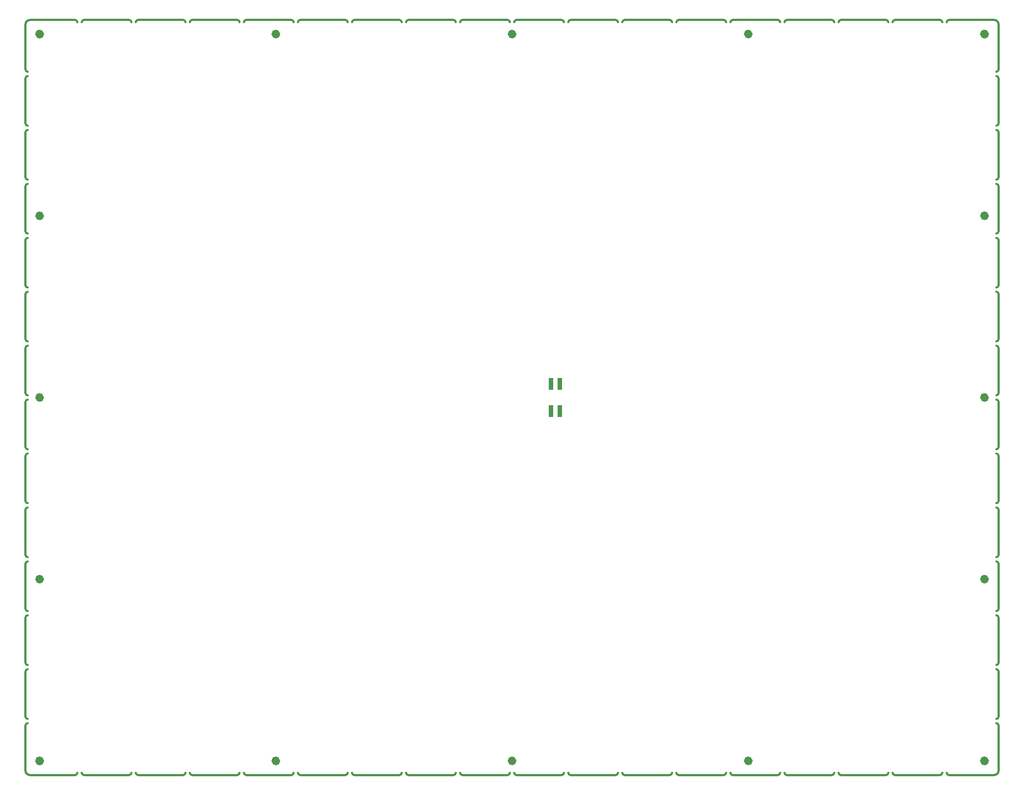
<source format=gbp>
G04 #@! TF.GenerationSoftware,KiCad,Pcbnew,7.0.7-7.0.7~ubuntu23.04.1*
G04 #@! TF.CreationDate,2023-10-17T19:16:00+00:00*
G04 #@! TF.ProjectId,stencil,7374656e-6369-46c2-9e6b-696361645f70,1.1.0-RC1*
G04 #@! TF.SameCoordinates,Original*
G04 #@! TF.FileFunction,Paste,Bot*
G04 #@! TF.FilePolarity,Positive*
%FSLAX46Y46*%
G04 Gerber Fmt 4.6, Leading zero omitted, Abs format (unit mm)*
G04 Created by KiCad (PCBNEW 7.0.7-7.0.7~ubuntu23.04.1) date 2023-10-17 19:16:00*
%MOMM*%
%LPD*%
G01*
G04 APERTURE LIST*
%ADD10C,0.500000*%
%ADD11C,1.050000*%
%ADD12C,1.000000*%
%ADD13R,1.000000X2.750000*%
G04 APERTURE END LIST*
D10*
X-100055556Y86500000D02*
G75*
G03*
X-100555556Y87000000I-500001J-1D01*
G01*
D11*
X109275000Y-83750000D02*
G75*
G03*
X109275000Y-83750000I-525000J0D01*
G01*
D10*
X-86111112Y87000000D02*
G75*
G03*
X-86611112Y86500000I1J-500001D01*
G01*
X25888884Y-87000000D02*
X36333328Y-87000000D01*
X75166700Y-86500000D02*
G75*
G03*
X75666660Y-87000000I500000J0D01*
G01*
X-111500000Y11928574D02*
G75*
G03*
X-112000000Y11428574I1J-500001D01*
G01*
X-13444448Y-86999952D02*
G75*
G03*
X-12944448Y-86500000I48J499952D01*
G01*
X111500000Y37785700D02*
G75*
G03*
X112000000Y38285716I0J500000D01*
G01*
X-111500000Y24357145D02*
G75*
G03*
X-112000000Y23857145I1J-500001D01*
G01*
X-112000000Y-86000000D02*
G75*
G03*
X-111000000Y-87000000I999999J-1D01*
G01*
X-111500000Y-25357139D02*
G75*
G03*
X-112000000Y-25857139I1J-500001D01*
G01*
D12*
X54875000Y-83750000D02*
G75*
G03*
X54875000Y-83750000I-500000J0D01*
G01*
D10*
X999996Y87000004D02*
G75*
G03*
X499996Y86500000I4J-500004D01*
G01*
X-98555556Y-87000000D02*
X-88111112Y-87000000D01*
X-111500000Y74071429D02*
G75*
G03*
X-112000000Y73571429I1J-500001D01*
G01*
X112000019Y-50714281D02*
G75*
G03*
X111500000Y-50214281I-500019J-19D01*
G01*
X-99055556Y-86500000D02*
G75*
G03*
X-98555556Y-87000000I500001J1D01*
G01*
D12*
X-53875000Y-83750000D02*
G75*
G03*
X-53875000Y-83750000I-500000J0D01*
G01*
D10*
X-111500000Y-62642852D02*
G75*
G03*
X-112000000Y-63142852I1J-500001D01*
G01*
D11*
X-108225000Y-83750000D02*
G75*
G03*
X-108225000Y-83750000I-525000J0D01*
G01*
D10*
X-36333336Y87000036D02*
G75*
G03*
X-36833336Y86500000I36J-500036D01*
G01*
X-112000000Y86000000D02*
X-112000000Y75571429D01*
X-111500000Y49214287D02*
G75*
G03*
X-112000000Y48714287I1J-500001D01*
G01*
X-112000000Y38285716D02*
G75*
G03*
X-111500000Y37785716I500001J1D01*
G01*
X-112000000Y-75571423D02*
X-112000000Y-85999994D01*
X50777772Y87000000D02*
X61222216Y87000000D01*
X63222216Y87000000D02*
X73666660Y87000000D01*
X74166700Y86500000D02*
G75*
G03*
X73666660Y87000000I-500000J0D01*
G01*
X75666660Y87000000D02*
X86111104Y87000000D01*
X-112000000Y-61142852D02*
G75*
G03*
X-111500000Y-61642852I500001J1D01*
G01*
X-111000000Y87000000D02*
G75*
G03*
X-112000000Y86000000I-1J-999999D01*
G01*
X-112000000Y75571429D02*
G75*
G03*
X-111500000Y75071429I500001J1D01*
G01*
X36333328Y-87000028D02*
G75*
G03*
X36833328Y-86500000I-28J500028D01*
G01*
X-111000000Y87000000D02*
X-100555556Y87000000D01*
X-87611112Y86500000D02*
G75*
G03*
X-88111112Y87000000I-500001J-1D01*
G01*
X38333328Y87000000D02*
X48777772Y87000000D01*
X-112000000Y36285716D02*
X-112000000Y25857145D01*
X-75666668Y-87000002D02*
G75*
G03*
X-75166668Y-86500000I-2J500002D01*
G01*
X500000Y-86500000D02*
G75*
G03*
X999996Y-87000000I500000J0D01*
G01*
X112000000Y23857145D02*
X112000000Y13428574D01*
X-74166700Y-86500000D02*
G75*
G03*
X-73666668Y-87000000I500000J0D01*
G01*
X100055500Y-86500000D02*
G75*
G03*
X100555548Y-87000000I500000J0D01*
G01*
X112000000Y61142858D02*
X112000000Y50714287D01*
D12*
X500000Y83750000D02*
G75*
G03*
X500000Y83750000I-500000J0D01*
G01*
D10*
X-112000000Y11428574D02*
X-112000000Y1000003D01*
X-12944400Y86500000D02*
G75*
G03*
X-13444448Y87000000I-500000J0D01*
G01*
X-61222224Y87000024D02*
G75*
G03*
X-61722224Y86500000I24J-500024D01*
G01*
D12*
X-108250000Y41875000D02*
G75*
G03*
X-108250000Y41875000I-500000J0D01*
G01*
D10*
X63222216Y-87000000D02*
X73666660Y-87000000D01*
X-73666668Y-87000000D02*
X-63222224Y-87000000D01*
X-48777780Y87000000D02*
X-38333336Y87000000D01*
X37833300Y-86500000D02*
G75*
G03*
X38333328Y-87000000I500000J0D01*
G01*
X112000000Y73571429D02*
X112000000Y63142858D01*
X13444440Y87000000D02*
X23888884Y87000000D01*
X63222216Y86999984D02*
G75*
G03*
X62722216Y86500000I-16J-499984D01*
G01*
X112000048Y-63142852D02*
G75*
G03*
X111500000Y-62642852I-500048J-48D01*
G01*
X-11444448Y-87000000D02*
X-1000004Y-87000000D01*
X111500000Y-36785700D02*
G75*
G03*
X112000000Y-36285710I0J500000D01*
G01*
X-112000000Y-50714281D02*
X-112000000Y-61142852D01*
X-36333336Y87000000D02*
X-25888892Y87000000D01*
X-111500000Y-50214281D02*
G75*
G03*
X-112000000Y-50714281I1J-500001D01*
G01*
X25888884Y87000016D02*
G75*
G03*
X25388884Y86500000I16J-500016D01*
G01*
X111500000Y-74071400D02*
G75*
G03*
X112000000Y-73571423I0J500000D01*
G01*
X-100555556Y-87000000D02*
G75*
G03*
X-100055556Y-86500000I-1J500001D01*
G01*
D12*
X54875000Y83750000D02*
G75*
G03*
X54875000Y83750000I-500000J0D01*
G01*
D10*
X100555548Y-87000000D02*
X110999992Y-87000000D01*
X-112000000Y23857145D02*
X-112000000Y13428574D01*
X111500000Y-24357100D02*
G75*
G03*
X112000000Y-23857139I0J500000D01*
G01*
X-61222224Y-87000000D02*
X-50777780Y-87000000D01*
D12*
X109250000Y-41875000D02*
G75*
G03*
X109250000Y-41875000I-500000J0D01*
G01*
D10*
X-112000000Y-13428568D02*
X-112000000Y-23857139D01*
X-88111112Y-87000000D02*
G75*
G03*
X-87611112Y-86500000I-1J500001D01*
G01*
X61722200Y86500000D02*
G75*
G03*
X61222216Y87000000I-500000J0D01*
G01*
X87611100Y-86500000D02*
G75*
G03*
X88111104Y-87000000I500000J0D01*
G01*
X112000000Y-13428568D02*
X112000000Y-23857139D01*
X88111104Y87000000D02*
X98555548Y87000000D01*
X73666660Y-86999960D02*
G75*
G03*
X74166660Y-86500000I40J499960D01*
G01*
X-23888892Y86999992D02*
G75*
G03*
X-24388892Y86500000I-8J-499992D01*
G01*
X-1000004Y-86999996D02*
G75*
G03*
X-500004Y-86500000I4J499996D01*
G01*
X111000000Y-87000000D02*
G75*
G03*
X112000000Y-86000000I0J1000000D01*
G01*
X-11944400Y-86500000D02*
G75*
G03*
X-11444448Y-87000000I500000J0D01*
G01*
X-112000000Y48714287D02*
X-112000000Y38285716D01*
X88111104Y-87000000D02*
X98555548Y-87000000D01*
X-50777780Y-87000020D02*
G75*
G03*
X-50277780Y-86500000I-20J500020D01*
G01*
X-111500000Y36785716D02*
G75*
G03*
X-112000000Y36285716I1J-500001D01*
G01*
X50777772Y-87000000D02*
X61222216Y-87000000D01*
X112000000Y36285716D02*
X112000000Y25857145D01*
X-73666668Y86999968D02*
G75*
G03*
X-74166668Y86500000I-32J-499968D01*
G01*
X12944400Y-86500000D02*
G75*
G03*
X13444440Y-87000000I500000J0D01*
G01*
X-11444448Y87000048D02*
G75*
G03*
X-11944448Y86500000I48J-500048D01*
G01*
X111999974Y11428574D02*
G75*
G03*
X111500000Y11928574I-499974J26D01*
G01*
X112000000Y-25857139D02*
X112000000Y-36285710D01*
X112000045Y23857145D02*
G75*
G03*
X111500000Y24357145I-500045J-45D01*
G01*
D12*
X-108250000Y0D02*
G75*
G03*
X-108250000Y0I-500000J0D01*
G01*
D10*
X-112000000Y25857145D02*
G75*
G03*
X-111500000Y25357145I500001J1D01*
G01*
X112000003Y-999997D02*
G75*
G03*
X111500000Y-499997I-500003J-3D01*
G01*
D12*
X109250000Y41875000D02*
G75*
G03*
X109250000Y41875000I-500000J0D01*
G01*
D10*
X-112000000Y-36285710D02*
G75*
G03*
X-111500000Y-36785710I500001J1D01*
G01*
D11*
X-108225000Y83750000D02*
G75*
G03*
X-108225000Y83750000I-525000J0D01*
G01*
D10*
X111999977Y-75571423D02*
G75*
G03*
X111500000Y-75071423I-499977J23D01*
G01*
X-37833300Y86500000D02*
G75*
G03*
X-38333336Y87000000I-500000J0D01*
G01*
X112000000Y86000000D02*
X112000000Y75571429D01*
X-86111112Y-87000000D02*
X-75666668Y-87000000D01*
X-63222224Y-86999976D02*
G75*
G03*
X-62722224Y-86500000I24J499976D01*
G01*
X-112000000Y-23857139D02*
G75*
G03*
X-111500000Y-24357139I500001J1D01*
G01*
X-112000000Y50714287D02*
G75*
G03*
X-111500000Y50214287I500001J1D01*
G01*
X-50277800Y86500000D02*
G75*
G03*
X-50777780Y87000000I-500000J0D01*
G01*
X-23888892Y87000000D02*
X-13444448Y87000000D01*
X-112000000Y13428574D02*
G75*
G03*
X-111500000Y12928574I500001J1D01*
G01*
X-75166670Y86500000D02*
G75*
G03*
X-75666668Y87000000I-500000J0D01*
G01*
X99055500Y86500000D02*
G75*
G03*
X98555548Y87000000I-500000J0D01*
G01*
X112000000Y-38285710D02*
X112000000Y-48714281D01*
X-25888892Y-87000008D02*
G75*
G03*
X-25388892Y-86500000I-8J500008D01*
G01*
X-112000000Y-73571423D02*
G75*
G03*
X-111500000Y-74071423I500001J1D01*
G01*
X-500000Y86500000D02*
G75*
G03*
X-1000004Y87000000I-500000J0D01*
G01*
X-112000000Y-999997D02*
X-112000000Y-11428568D01*
X111500000Y25357100D02*
G75*
G03*
X112000000Y25857145I0J500000D01*
G01*
X112000000Y-75571423D02*
X112000000Y-85999994D01*
D11*
X109275000Y83750000D02*
G75*
G03*
X109275000Y83750000I-525000J0D01*
G01*
D10*
X999996Y-87000000D02*
X11444440Y-87000000D01*
X112000000Y-999997D02*
X112000000Y-11428568D01*
X112000000Y86000000D02*
G75*
G03*
X111000000Y87000000I-1000000J0D01*
G01*
X61222216Y-87000016D02*
G75*
G03*
X61722216Y-86500000I-16J500016D01*
G01*
X-36833300Y-86500000D02*
G75*
G03*
X-36333336Y-87000000I500000J0D01*
G01*
X62722200Y-86500000D02*
G75*
G03*
X63222216Y-87000000I500000J0D01*
G01*
X-111000000Y-87000000D02*
X-100555556Y-87000000D01*
X111500000Y500000D02*
G75*
G03*
X112000000Y1000003I0J500000D01*
G01*
X-86611112Y-86500000D02*
G75*
G03*
X-86111112Y-87000000I500001J1D01*
G01*
X-112000000Y-63142852D02*
X-112000000Y-73571423D01*
X999996Y87000000D02*
X11444440Y87000000D01*
X-112000000Y63142858D02*
G75*
G03*
X-111500000Y62642858I500001J1D01*
G01*
X86611100Y86500000D02*
G75*
G03*
X86111104Y87000000I-500000J0D01*
G01*
X111500000Y50214300D02*
G75*
G03*
X112000000Y50714287I0J500000D01*
G01*
X86111104Y-87000004D02*
G75*
G03*
X86611104Y-86500000I-4J500004D01*
G01*
X-112000000Y61142858D02*
X-112000000Y50714287D01*
X11444440Y-87000040D02*
G75*
G03*
X11944440Y-86500000I-40J500040D01*
G01*
X-111500000Y61642858D02*
G75*
G03*
X-112000000Y61142858I1J-500001D01*
G01*
D12*
X500000Y-83750000D02*
G75*
G03*
X500000Y-83750000I-500000J0D01*
G01*
D10*
X-112000000Y73571429D02*
X-112000000Y63142858D01*
X111500000Y75071400D02*
G75*
G03*
X112000000Y75571429I0J500000D01*
G01*
X112000000Y11428574D02*
X112000000Y1000003D01*
X111500000Y-61642900D02*
G75*
G03*
X112000000Y-61142852I0J500000D01*
G01*
D12*
X-108250000Y-41875000D02*
G75*
G03*
X-108250000Y-41875000I-500000J0D01*
G01*
D10*
X100555548Y86999952D02*
G75*
G03*
X100055548Y86500000I-48J-499952D01*
G01*
X24388900Y86500000D02*
G75*
G03*
X23888884Y87000000I-500000J0D01*
G01*
X88111104Y86999996D02*
G75*
G03*
X87611104Y86500000I-4J-499996D01*
G01*
X-36333336Y-87000000D02*
X-25888892Y-87000000D01*
X-25388900Y86500000D02*
G75*
G03*
X-25888892Y87000000I-500000J0D01*
G01*
X-111500000Y-75071423D02*
G75*
G03*
X-112000000Y-75571423I1J-500001D01*
G01*
X-38333336Y-86999964D02*
G75*
G03*
X-37833336Y-86500000I36J499964D01*
G01*
X-24388900Y-86500000D02*
G75*
G03*
X-23888892Y-87000000I500000J0D01*
G01*
X111500000Y-11928600D02*
G75*
G03*
X112000000Y-11428568I0J500000D01*
G01*
X111500000Y-49214300D02*
G75*
G03*
X112000000Y-48714281I0J500000D01*
G01*
X23888884Y-86999984D02*
G75*
G03*
X24388884Y-86500000I16J499984D01*
G01*
X111500000Y12928600D02*
G75*
G03*
X112000000Y13428574I0J500000D01*
G01*
X-112000000Y-25857139D02*
X-112000000Y-36285710D01*
D12*
X109250000Y0D02*
G75*
G03*
X109250000Y0I-500000J0D01*
G01*
D10*
X36833300Y86500000D02*
G75*
G03*
X36333328Y87000000I-500000J0D01*
G01*
X-111500000Y-499997D02*
G75*
G03*
X-112000000Y-999997I1J-500001D01*
G01*
X-111500000Y-12928568D02*
G75*
G03*
X-112000000Y-13428568I1J-500001D01*
G01*
X48777772Y-86999972D02*
G75*
G03*
X49277772Y-86500000I28J499972D01*
G01*
X111500000Y62642900D02*
G75*
G03*
X112000000Y63142858I0J500000D01*
G01*
X-49277800Y-86500000D02*
G75*
G03*
X-48777780Y-87000000I500000J0D01*
G01*
X75666660Y87000040D02*
G75*
G03*
X75166660Y86500000I40J-500040D01*
G01*
X-48777780Y86999980D02*
G75*
G03*
X-49277780Y86500000I-20J-499980D01*
G01*
X13444440Y-87000000D02*
X23888884Y-87000000D01*
X-61722200Y-86500000D02*
G75*
G03*
X-61222224Y-87000000I500000J0D01*
G01*
X-112000000Y-11428568D02*
G75*
G03*
X-111500000Y-11928568I500001J1D01*
G01*
X111999990Y-38285710D02*
G75*
G03*
X111500000Y-37785710I-499990J10D01*
G01*
X11944400Y86500000D02*
G75*
G03*
X11444440Y87000000I-500000J0D01*
G01*
X111999958Y61142858D02*
G75*
G03*
X111500000Y61642858I-499958J42D01*
G01*
X-112000000Y-48714281D02*
G75*
G03*
X-111500000Y-49214281I500001J1D01*
G01*
X-73666668Y87000000D02*
X-63222224Y87000000D01*
X112000032Y-13428568D02*
G75*
G03*
X111500000Y-12928568I-500032J-32D01*
G01*
X-61222224Y87000000D02*
X-50777780Y87000000D01*
X112000000Y-63142852D02*
X112000000Y-73571423D01*
X25888884Y87000000D02*
X36333328Y87000000D01*
X38333328Y-87000000D02*
X48777772Y-87000000D01*
X-98555556Y87000000D02*
X-88111112Y87000000D01*
X-23888892Y-87000000D02*
X-13444448Y-87000000D01*
X50277800Y-86500000D02*
G75*
G03*
X50777772Y-87000000I500000J0D01*
G01*
X111999987Y48714287D02*
G75*
G03*
X111500000Y49214287I-499987J13D01*
G01*
D12*
X-53875000Y83750000D02*
G75*
G03*
X-53875000Y83750000I-500000J0D01*
G01*
D10*
X111999961Y-25857139D02*
G75*
G03*
X111500000Y-25357139I-499961J39D01*
G01*
X-112000000Y-38285710D02*
X-112000000Y-48714281D01*
X98555548Y-87000048D02*
G75*
G03*
X99055548Y-86500000I-48J500048D01*
G01*
X112000000Y-50714281D02*
X112000000Y-61142852D01*
X-48777780Y-87000000D02*
X-38333336Y-87000000D01*
X13444440Y86999960D02*
G75*
G03*
X12944440Y86500000I-40J-499960D01*
G01*
X-11444448Y87000000D02*
X-1000004Y87000000D01*
X50777772Y87000028D02*
G75*
G03*
X50277772Y86500000I28J-500028D01*
G01*
X-111500000Y-37785710D02*
G75*
G03*
X-112000000Y-38285710I1J-500001D01*
G01*
X112000016Y36285716D02*
G75*
G03*
X111500000Y36785716I-500016J-16D01*
G01*
X-112000000Y1000003D02*
G75*
G03*
X-111500000Y500003I500001J1D01*
G01*
X-62722200Y86500000D02*
G75*
G03*
X-63222224Y87000000I-500000J0D01*
G01*
X75666660Y-87000000D02*
X86111104Y-87000000D01*
X100555548Y87000000D02*
X110999992Y87000000D01*
X49277800Y86500000D02*
G75*
G03*
X48777772Y87000000I-500000J0D01*
G01*
X-98555556Y87000000D02*
G75*
G03*
X-99055556Y86500000I1J-500001D01*
G01*
X-86111112Y87000000D02*
X-75666668Y87000000D01*
X112000000Y48714287D02*
X112000000Y38285716D01*
X25388900Y-86500000D02*
G75*
G03*
X25888884Y-87000000I500000J0D01*
G01*
X112000029Y73571429D02*
G75*
G03*
X111500000Y74071429I-500029J-29D01*
G01*
X38333328Y86999972D02*
G75*
G03*
X37833328Y86500000I-28J-499972D01*
G01*
D13*
G04 #@! TO.C,J1*
X11000000Y3125000D03*
X11000000Y-3125000D03*
X9000000Y3125000D03*
X9000000Y-3125000D03*
G04 #@! TD*
M02*

</source>
